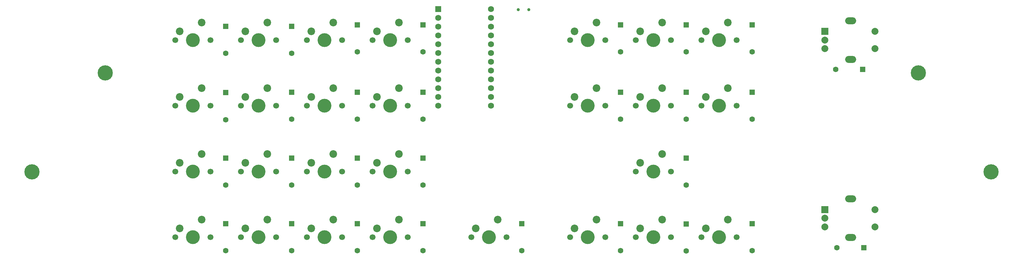
<source format=gbs>
G04 #@! TF.GenerationSoftware,KiCad,Pcbnew,(6.0.7-1)-1*
G04 #@! TF.CreationDate,2022-09-15T21:20:34+02:00*
G04 #@! TF.ProjectId,yts-pcb,7974732d-7063-4622-9e6b-696361645f70,rev?*
G04 #@! TF.SameCoordinates,Original*
G04 #@! TF.FileFunction,Soldermask,Bot*
G04 #@! TF.FilePolarity,Negative*
%FSLAX46Y46*%
G04 Gerber Fmt 4.6, Leading zero omitted, Abs format (unit mm)*
G04 Created by KiCad (PCBNEW (6.0.7-1)-1) date 2022-09-15 21:20:34*
%MOMM*%
%LPD*%
G01*
G04 APERTURE LIST*
%ADD10C,2.200000*%
%ADD11C,4.000000*%
%ADD12C,1.700000*%
%ADD13C,2.000000*%
%ADD14R,2.000000X2.000000*%
%ADD15O,3.200000X2.000000*%
%ADD16C,4.400000*%
%ADD17C,1.752600*%
%ADD18R,1.752600X1.752600*%
%ADD19C,0.900000*%
%ADD20C,1.600000*%
%ADD21R,1.600000X1.600000*%
G04 APERTURE END LIST*
D10*
X146667958Y-123160000D03*
X153017958Y-120620000D03*
D11*
X150477958Y-125700000D03*
D12*
X155557958Y-125700000D03*
X145397958Y-125700000D03*
D10*
X108667958Y-123160000D03*
X115017958Y-120620000D03*
D12*
X117557958Y-125700000D03*
D11*
X112477958Y-125700000D03*
D12*
X107397958Y-125700000D03*
D13*
X309477958Y-155700000D03*
X309477958Y-160700000D03*
X294977958Y-158200000D03*
X294977958Y-160700000D03*
D14*
X294977958Y-155700000D03*
D15*
X302477958Y-163800000D03*
X302477958Y-152600000D03*
D10*
X127667958Y-104160000D03*
X134017958Y-101620000D03*
D11*
X131477958Y-106700000D03*
D12*
X136557958Y-106700000D03*
X126397958Y-106700000D03*
D10*
X165667958Y-104160000D03*
X172017958Y-101620000D03*
D12*
X164397958Y-106700000D03*
X174557958Y-106700000D03*
D11*
X169477958Y-106700000D03*
D16*
X322047959Y-116202042D03*
D10*
X165667958Y-161160000D03*
X172017958Y-158620000D03*
D12*
X174557958Y-163700000D03*
X164397958Y-163700000D03*
D11*
X169477958Y-163700000D03*
D10*
X146667958Y-161160000D03*
X153017958Y-158620000D03*
D12*
X145397958Y-163700000D03*
X155557958Y-163700000D03*
D11*
X150477958Y-163700000D03*
D10*
X146667958Y-142160000D03*
X153017958Y-139620000D03*
D12*
X155557958Y-144700000D03*
D11*
X150477958Y-144700000D03*
D12*
X145397958Y-144700000D03*
D10*
X146667958Y-104160000D03*
X153017958Y-101620000D03*
D12*
X155557958Y-106700000D03*
X145397958Y-106700000D03*
D11*
X150477958Y-106700000D03*
D10*
X108667958Y-161160000D03*
X115017958Y-158620000D03*
D12*
X117557958Y-163700000D03*
X107397958Y-163700000D03*
D11*
X112477958Y-163700000D03*
D10*
X165667958Y-123160000D03*
X172017958Y-120620000D03*
D12*
X174557958Y-125700000D03*
D11*
X169477958Y-125700000D03*
D12*
X164397958Y-125700000D03*
D10*
X165667958Y-142160000D03*
X172017958Y-139620000D03*
D12*
X164397958Y-144700000D03*
X174557958Y-144700000D03*
D11*
X169477958Y-144700000D03*
D10*
X127667958Y-142160000D03*
X134017958Y-139620000D03*
D11*
X131477958Y-144700000D03*
D12*
X136557958Y-144700000D03*
X126397958Y-144700000D03*
D10*
X260667958Y-161160000D03*
X267017958Y-158620000D03*
D11*
X264477958Y-163700000D03*
D12*
X259397958Y-163700000D03*
X269557958Y-163700000D03*
D10*
X222667958Y-104160000D03*
X229017958Y-101620000D03*
D12*
X231557958Y-106700000D03*
D11*
X226477958Y-106700000D03*
D12*
X221397958Y-106700000D03*
D10*
X108667958Y-142160000D03*
X115017958Y-139620000D03*
D12*
X107397958Y-144700000D03*
X117557958Y-144700000D03*
D11*
X112477958Y-144700000D03*
D16*
X342997959Y-144802042D03*
X65997959Y-144802042D03*
D12*
X259397958Y-125700000D03*
D11*
X264477958Y-125700000D03*
D12*
X269557958Y-125700000D03*
D10*
X267017958Y-120620000D03*
X260667958Y-123160000D03*
X241667958Y-161160000D03*
X248017958Y-158620000D03*
D11*
X245477958Y-163700000D03*
D12*
X240397958Y-163700000D03*
X250557958Y-163700000D03*
D10*
X241667958Y-142160000D03*
X248017958Y-139620000D03*
D11*
X245477958Y-144700000D03*
D12*
X250557958Y-144700000D03*
X240397958Y-144700000D03*
D16*
X87197959Y-116202042D03*
D17*
X198597958Y-97730000D03*
X198597958Y-100270000D03*
X198597958Y-102810000D03*
X198597958Y-105350000D03*
X198597958Y-107890000D03*
X198597958Y-110430000D03*
X198597958Y-112970000D03*
X198597958Y-115510000D03*
X198597958Y-118050000D03*
X198597958Y-120590000D03*
X198597958Y-123130000D03*
X198597958Y-125670000D03*
X183357958Y-125670000D03*
X183357958Y-123130000D03*
X183357958Y-120590000D03*
X183357958Y-118050000D03*
X183357958Y-115510000D03*
X183357958Y-112970000D03*
X183357958Y-110430000D03*
X183357958Y-107890000D03*
X183357958Y-105350000D03*
X183357958Y-102810000D03*
X183357958Y-100270000D03*
D18*
X183357958Y-97730000D03*
D10*
X241667958Y-104160000D03*
X248017958Y-101620000D03*
D12*
X250557958Y-106700000D03*
X240397958Y-106700000D03*
D11*
X245477958Y-106700000D03*
D13*
X309477958Y-104200000D03*
X309477958Y-109200000D03*
X294977958Y-106700000D03*
X294977958Y-109200000D03*
D14*
X294977958Y-104200000D03*
D15*
X302477958Y-112300000D03*
X302477958Y-101100000D03*
D10*
X260667958Y-104160000D03*
X267017958Y-101620000D03*
D12*
X269557958Y-106700000D03*
D11*
X264477958Y-106700000D03*
D12*
X259397958Y-106700000D03*
D10*
X194167958Y-161160000D03*
X200517958Y-158620000D03*
D11*
X197977958Y-163700000D03*
D12*
X203057958Y-163700000D03*
X192897958Y-163700000D03*
D10*
X127667958Y-161160000D03*
X134017958Y-158620000D03*
D11*
X131477958Y-163700000D03*
D12*
X126397958Y-163700000D03*
X136557958Y-163700000D03*
D10*
X127667958Y-123160000D03*
X134017958Y-120620000D03*
D12*
X136557958Y-125700000D03*
X126397958Y-125700000D03*
D11*
X131477958Y-125700000D03*
D10*
X222667958Y-123160000D03*
X229017958Y-120620000D03*
D12*
X231557958Y-125700000D03*
D11*
X226477958Y-125700000D03*
D12*
X221397958Y-125700000D03*
D10*
X108667958Y-104160000D03*
X115017958Y-101620000D03*
D12*
X117557958Y-106700000D03*
X107397958Y-106700000D03*
D11*
X112477958Y-106700000D03*
D10*
X241667958Y-123160000D03*
X248017958Y-120620000D03*
D12*
X240397958Y-125700000D03*
X250557958Y-125700000D03*
D11*
X245477958Y-125700000D03*
D19*
X206477958Y-97870000D03*
X209477958Y-97870000D03*
D10*
X222667958Y-161160000D03*
X229017958Y-158620000D03*
D12*
X231557958Y-163700000D03*
D11*
X226477958Y-163700000D03*
D12*
X221397958Y-163700000D03*
D20*
X298177958Y-115200000D03*
D21*
X305977958Y-115200000D03*
D20*
X235977958Y-167600000D03*
D21*
X235977958Y-159800000D03*
D20*
X140977958Y-167600000D03*
D21*
X140977958Y-159800000D03*
D20*
X178977958Y-148600000D03*
D21*
X178977958Y-140800000D03*
D20*
X121977958Y-110500000D03*
D21*
X121977958Y-102700000D03*
D20*
X159977958Y-148600000D03*
D21*
X159977958Y-140800000D03*
D20*
X273977958Y-129600000D03*
D21*
X273977958Y-121800000D03*
D20*
X121977958Y-148600000D03*
D21*
X121977958Y-140800000D03*
D20*
X235977958Y-110100000D03*
D21*
X235977958Y-102300000D03*
D20*
X178977958Y-110100000D03*
D21*
X178977958Y-102300000D03*
D20*
X298477958Y-166700000D03*
D21*
X306277958Y-166700000D03*
D20*
X254977958Y-148600000D03*
D21*
X254977958Y-140800000D03*
D20*
X140977958Y-129600000D03*
D21*
X140977958Y-121800000D03*
D20*
X159977958Y-167600000D03*
D21*
X159977958Y-159800000D03*
D20*
X121977958Y-167600000D03*
D21*
X121977958Y-159800000D03*
D20*
X273977958Y-167600000D03*
D21*
X273977958Y-159800000D03*
D20*
X178977958Y-167600000D03*
D21*
X178977958Y-159800000D03*
D20*
X140977958Y-148600000D03*
D21*
X140977958Y-140800000D03*
D20*
X254977958Y-110100000D03*
D21*
X254977958Y-102300000D03*
D20*
X235977958Y-129600000D03*
D21*
X235977958Y-121800000D03*
D20*
X121977958Y-129700000D03*
D21*
X121977958Y-121900000D03*
D20*
X159977958Y-110100000D03*
D21*
X159977958Y-102300000D03*
D20*
X273977958Y-110100000D03*
D21*
X273977958Y-102300000D03*
D20*
X207477958Y-167600000D03*
D21*
X207477958Y-159800000D03*
D20*
X178977958Y-129600000D03*
D21*
X178977958Y-121800000D03*
D20*
X159977958Y-129600000D03*
D21*
X159977958Y-121800000D03*
D20*
X254977958Y-167700000D03*
D21*
X254977958Y-159900000D03*
D20*
X254977958Y-129600000D03*
D21*
X254977958Y-121800000D03*
D20*
X140977958Y-110500000D03*
D21*
X140977958Y-102700000D03*
M02*

</source>
